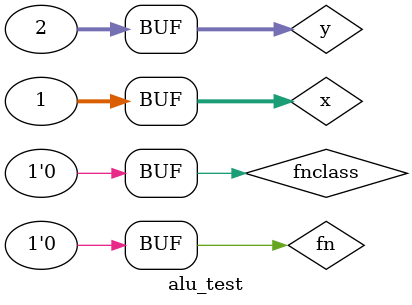
<source format=v>
`timescale 1ns / 1ps


module alu_test;

	// Inputs
	reg [31:0] x;
	reg [31:0] y;
	reg fn;
	reg fnclass;
	reg [2:0] logicfn;

	// Outputs
	wire [31:0] value;
	wire carry;
	wire zeroflag;
	wire msb;

	// Instantiate the Unit Under Test (UUT)
	alu uut (
		.x(x), 
		.y(y), 
		.fn(fn), 
		.fnclass(fnclass), 
		.logicfn(logicfn), 
		.value(value), 
		.carry(carry), 
		.zeroflag(zeroflag), 
		.msb(msb)
	);

	initial begin
	#10;
		// Initialize Inputs
		x = 32;
		y = 1;
		fn = 0;
		fnclass = 0;
	//	logicfn = 0;

		// Wait 100 ns for global reset to finish
		#10;
		x=65536;
      y=1;
		fn=0;
		fnclass=0;
		
		#10;
		x=1;
		y=2;
		fn=0;
		fnclass=0;
		// Add stimulus here

	end
      
endmodule


</source>
